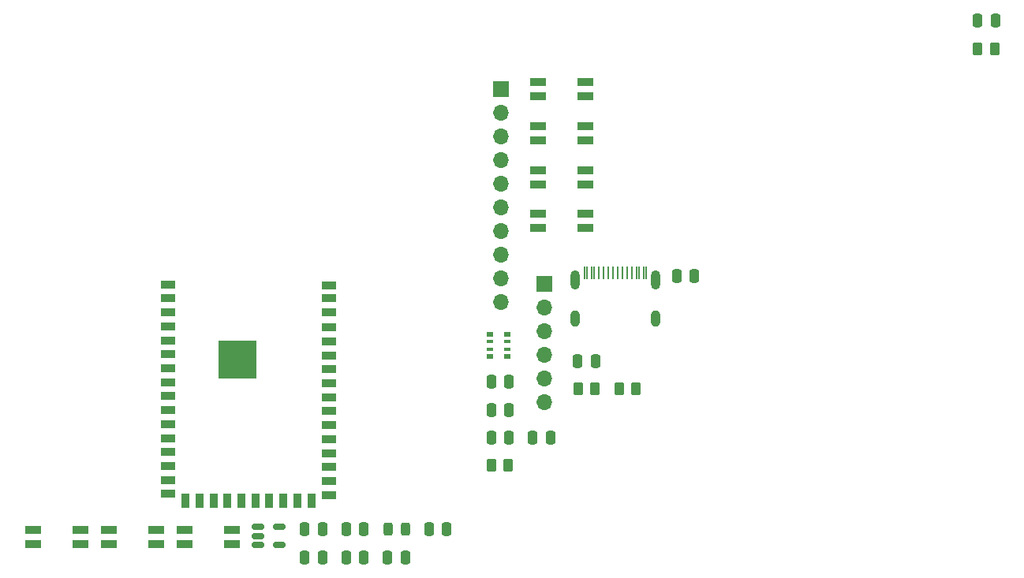
<source format=gbr>
%TF.GenerationSoftware,KiCad,Pcbnew,(6.99.0-1239-g6d82490b59-dirty)*%
%TF.CreationDate,2022-03-22T11:17:58-05:00*%
%TF.ProjectId,LayoutBottom,4c61796f-7574-4426-9f74-746f6d2e6b69,rev?*%
%TF.SameCoordinates,Original*%
%TF.FileFunction,Copper,L1,Top*%
%TF.FilePolarity,Positive*%
%FSLAX46Y46*%
G04 Gerber Fmt 4.6, Leading zero omitted, Abs format (unit mm)*
G04 Created by KiCad (PCBNEW (6.99.0-1239-g6d82490b59-dirty)) date 2022-03-22 11:17:58*
%MOMM*%
%LPD*%
G01*
G04 APERTURE LIST*
G04 Aperture macros list*
%AMRoundRect*
0 Rectangle with rounded corners*
0 $1 Rounding radius*
0 $2 $3 $4 $5 $6 $7 $8 $9 X,Y pos of 4 corners*
0 Add a 4 corners polygon primitive as box body*
4,1,4,$2,$3,$4,$5,$6,$7,$8,$9,$2,$3,0*
0 Add four circle primitives for the rounded corners*
1,1,$1+$1,$2,$3*
1,1,$1+$1,$4,$5*
1,1,$1+$1,$6,$7*
1,1,$1+$1,$8,$9*
0 Add four rect primitives between the rounded corners*
20,1,$1+$1,$2,$3,$4,$5,0*
20,1,$1+$1,$4,$5,$6,$7,0*
20,1,$1+$1,$6,$7,$8,$9,0*
20,1,$1+$1,$8,$9,$2,$3,0*%
G04 Aperture macros list end*
%TA.AperFunction,SMDPad,CuDef*%
%ADD10R,1.500000X0.900000*%
%TD*%
%TA.AperFunction,SMDPad,CuDef*%
%ADD11R,0.900000X1.500000*%
%TD*%
%TA.AperFunction,SMDPad,CuDef*%
%ADD12R,4.100000X4.100000*%
%TD*%
%TA.AperFunction,SMDPad,CuDef*%
%ADD13RoundRect,0.150000X-0.512500X-0.150000X0.512500X-0.150000X0.512500X0.150000X-0.512500X0.150000X0*%
%TD*%
%TA.AperFunction,SMDPad,CuDef*%
%ADD14R,0.800000X0.500000*%
%TD*%
%TA.AperFunction,SMDPad,CuDef*%
%ADD15R,0.800000X0.400000*%
%TD*%
%TA.AperFunction,SMDPad,CuDef*%
%ADD16RoundRect,0.250000X-0.262500X-0.450000X0.262500X-0.450000X0.262500X0.450000X-0.262500X0.450000X0*%
%TD*%
%TA.AperFunction,SMDPad,CuDef*%
%ADD17R,0.250000X1.400000*%
%TD*%
%TA.AperFunction,ComponentPad*%
%ADD18O,1.000000X2.100000*%
%TD*%
%TA.AperFunction,ComponentPad*%
%ADD19O,1.000000X1.800000*%
%TD*%
%TA.AperFunction,ComponentPad*%
%ADD20R,1.700000X1.700000*%
%TD*%
%TA.AperFunction,ComponentPad*%
%ADD21O,1.700000X1.700000*%
%TD*%
%TA.AperFunction,SMDPad,CuDef*%
%ADD22R,1.800000X0.820000*%
%TD*%
%TA.AperFunction,SMDPad,CuDef*%
%ADD23RoundRect,0.243750X-0.243750X-0.456250X0.243750X-0.456250X0.243750X0.456250X-0.243750X0.456250X0*%
%TD*%
%TA.AperFunction,SMDPad,CuDef*%
%ADD24RoundRect,0.250000X-0.250000X-0.475000X0.250000X-0.475000X0.250000X0.475000X-0.250000X0.475000X0*%
%TD*%
G04 APERTURE END LIST*
D10*
%TO.P,U2,1,GND*%
%TO.N,VSS*%
X189599999Y-74794999D03*
%TO.P,U2,2,3V3*%
%TO.N,VCC*%
X189599999Y-76294999D03*
%TO.P,U2,3,IO00*%
%TO.N,Boot*%
X189599999Y-77794999D03*
%TO.P,U2,4,IO01*%
%TO.N,/SK6812*%
X189599999Y-79294999D03*
%TO.P,U2,5,IO02*%
%TO.N,unconnected-(U2-IO02)*%
X189599999Y-80794999D03*
%TO.P,U2,6,IO03*%
%TO.N,unconnected-(U2-IO03)*%
X189599999Y-82294999D03*
%TO.P,U2,7,IO04*%
%TO.N,Net-(J4-Pin_1)*%
X189599999Y-83794999D03*
%TO.P,U2,8,IO05*%
%TO.N,TopLeft*%
X189599999Y-85294999D03*
%TO.P,U2,9,IO06*%
%TO.N,TopRight*%
X189599999Y-86794999D03*
%TO.P,U2,10,IO07*%
%TO.N,BottomLeft*%
X189599999Y-88294999D03*
%TO.P,U2,11,IO08*%
%TO.N,BottomRight*%
X189599999Y-89794999D03*
%TO.P,U2,12,IO09*%
%TO.N,LeftOne*%
X189599999Y-91294999D03*
%TO.P,U2,13,IO10*%
%TO.N,LeftTwo*%
X189599999Y-92794999D03*
%TO.P,U2,14,IO11*%
%TO.N,RightOne*%
X189599999Y-94294999D03*
%TO.P,U2,15,IO12*%
%TO.N,RightTwo*%
X189599999Y-95794999D03*
%TO.P,U2,16,IO13*%
%TO.N,unconnected-(U2-IO13)*%
X189599999Y-97294999D03*
D11*
%TO.P,U2,17,IO14*%
%TO.N,Buzzer*%
X191474999Y-98044999D03*
%TO.P,U2,18,IO15*%
%TO.N,unconnected-(U2-IO15)*%
X192974999Y-98044999D03*
%TO.P,U2,19,IO16*%
%TO.N,unconnected-(U2-IO16)*%
X194474999Y-98044999D03*
%TO.P,U2,20,IO17*%
%TO.N,unconnected-(U2-IO17)*%
X195974999Y-98044999D03*
%TO.P,U2,21,IO18*%
%TO.N,unconnected-(U2-IO18)*%
X197474999Y-98044999D03*
%TO.P,U2,22,USB_D-*%
%TO.N,/D-*%
X198974999Y-98044999D03*
%TO.P,U2,23,USB_D+*%
%TO.N,/D+*%
X200474999Y-98044999D03*
%TO.P,U2,24,IO21*%
%TO.N,unconnected-(U2-IO21)*%
X201974999Y-98044999D03*
%TO.P,U2,25,IO26*%
%TO.N,unconnected-(U2-IO26)*%
X203474999Y-98044999D03*
%TO.P,U2,26,GND*%
%TO.N,VSS*%
X204974999Y-98044999D03*
D10*
%TO.P,U2,27,IO33*%
%TO.N,10*%
X206849999Y-97394999D03*
%TO.P,U2,28,IO34*%
%TO.N,9*%
X206849999Y-95894999D03*
%TO.P,U2,29,IO35*%
%TO.N,8*%
X206849999Y-94394999D03*
%TO.P,U2,30,IO36*%
%TO.N,7*%
X206849999Y-92894999D03*
%TO.P,U2,31,IO37*%
%TO.N,6*%
X206849999Y-91394999D03*
%TO.P,U2,32,IO38*%
%TO.N,5*%
X206849999Y-89894999D03*
%TO.P,U2,33,IO39*%
%TO.N,4*%
X206849999Y-88394999D03*
%TO.P,U2,34,IO40*%
%TO.N,3*%
X206849999Y-86894999D03*
%TO.P,U2,35,IO41*%
%TO.N,2*%
X206849999Y-85394999D03*
%TO.P,U2,36,IO42*%
%TO.N,1*%
X206849999Y-83894999D03*
%TO.P,U2,37,TXD0*%
%TO.N,TX*%
X206849999Y-82394999D03*
%TO.P,U2,38,RXD0*%
%TO.N,RX*%
X206849999Y-80894999D03*
%TO.P,U2,39,IO45*%
%TO.N,unconnected-(U2-IO45)*%
X206849999Y-79394999D03*
%TO.P,U2,40,IO46*%
%TO.N,unconnected-(U2-IO46)*%
X206849999Y-77794999D03*
%TO.P,U2,41,EN*%
%TO.N,Reset*%
X206849999Y-76294999D03*
%TO.P,U2,42,GND*%
%TO.N,VSS*%
X206849999Y-74894999D03*
D12*
%TO.P,U2,43,GND*%
X197034999Y-82834999D03*
%TD*%
D13*
%TO.P,U1,1,Chrg*%
%TO.N,Net-(D1-K)*%
X199277500Y-100840000D03*
%TO.P,U1,2,Gnd*%
%TO.N,VSS*%
X199277500Y-101790000D03*
%TO.P,U1,3,Bat*%
%TO.N,VDDA*%
X199277500Y-102740000D03*
%TO.P,U1,4,VCC*%
%TO.N,VBUS*%
X201552500Y-102740000D03*
%TO.P,U1,5,PROG*%
%TO.N,Net-(U1-PROG)*%
X201552500Y-100840000D03*
%TD*%
D14*
%TO.P,RN1,1,R1.1*%
%TO.N,VSS*%
X224174999Y-80149999D03*
D15*
%TO.P,RN1,2,R2.1*%
X224174999Y-80949999D03*
%TO.P,RN1,3,R3.1*%
%TO.N,unconnected-(RN1-R3.1)*%
X224174999Y-81749999D03*
D14*
%TO.P,RN1,4,R4.1*%
%TO.N,unconnected-(RN1-R4.1)*%
X224174999Y-82549999D03*
%TO.P,RN1,5,R4.2*%
%TO.N,unconnected-(RN1-R4.2)*%
X225974999Y-82549999D03*
D15*
%TO.P,RN1,6,R3.2*%
%TO.N,unconnected-(RN1-R3.2)*%
X225974999Y-81749999D03*
%TO.P,RN1,7,R2.2*%
%TO.N,Net-(P1-CC)*%
X225974999Y-80949999D03*
D14*
%TO.P,RN1,8,R1.2*%
%TO.N,Net-(P1-VCONN)*%
X225974999Y-80149999D03*
%TD*%
D16*
%TO.P,R4,1*%
%TO.N,Reset*%
X233592500Y-86030000D03*
%TO.P,R4,2*%
%TO.N,VCC*%
X235417500Y-86030000D03*
%TD*%
%TO.P,R3,1*%
%TO.N,VSS*%
X224292500Y-94230000D03*
%TO.P,R3,2*%
%TO.N,Net-(U1-PROG)*%
X226117500Y-94230000D03*
%TD*%
%TO.P,R2,1*%
%TO.N,VBUS*%
X276492500Y-49460000D03*
%TO.P,R2,2*%
%TO.N,VDDA*%
X278317500Y-49460000D03*
%TD*%
%TO.P,R1,1*%
%TO.N,Net-(D1-A)*%
X238002500Y-86030000D03*
%TO.P,R1,2*%
%TO.N,VBUS*%
X239827500Y-86030000D03*
%TD*%
D17*
%TO.P,P1,A1,GND*%
%TO.N,VSS*%
X234294999Y-73574999D03*
%TO.P,P1,A4,VBUS*%
%TO.N,VBUS*%
X235094999Y-73574999D03*
%TO.P,P1,A5,CC*%
%TO.N,Net-(P1-CC)*%
X236369999Y-73574999D03*
%TO.P,P1,A6,D+*%
%TO.N,/D+*%
X237369999Y-73574999D03*
%TO.P,P1,A7,D-*%
%TO.N,/D-*%
X237869999Y-73574999D03*
%TO.P,P1,A8,SBU1*%
%TO.N,unconnected-(P1-SBU1)*%
X235869999Y-73574999D03*
%TO.P,P1,A9,VBUS*%
%TO.N,VBUS*%
X240144999Y-73574999D03*
%TO.P,P1,A12,GND*%
%TO.N,VSS*%
X240944999Y-73574999D03*
%TO.P,P1,B1,GND*%
X240694999Y-73574999D03*
%TO.P,P1,B4,VBUS*%
%TO.N,VBUS*%
X239894999Y-73574999D03*
%TO.P,P1,B5,VCONN*%
%TO.N,Net-(P1-VCONN)*%
X239369999Y-73574999D03*
%TO.P,P1,B6,D+*%
%TO.N,/D+*%
X238369999Y-73574999D03*
%TO.P,P1,B7,D-*%
%TO.N,/D-*%
X236869999Y-73574999D03*
%TO.P,P1,B8,SBU2*%
%TO.N,unconnected-(P1-SBU2)*%
X238869999Y-73574999D03*
%TO.P,P1,B9,VBUS*%
%TO.N,VBUS*%
X235344999Y-73574999D03*
%TO.P,P1,B12,GND*%
%TO.N,VSS*%
X234544999Y-73574999D03*
D18*
%TO.P,P1,S1,SHIELD*%
X241939999Y-74274999D03*
D19*
X233299999Y-78424999D03*
D18*
X233299999Y-74274999D03*
D19*
X241939999Y-78424999D03*
%TD*%
D20*
%TO.P,J5,1,Pin_1*%
%TO.N,1*%
X225324999Y-53799999D03*
D21*
%TO.P,J5,2,Pin_2*%
%TO.N,2*%
X225324999Y-56339999D03*
%TO.P,J5,3,Pin_3*%
%TO.N,3*%
X225324999Y-58879999D03*
%TO.P,J5,4,Pin_4*%
%TO.N,4*%
X225324999Y-61419999D03*
%TO.P,J5,5,Pin_5*%
%TO.N,5*%
X225324999Y-63959999D03*
%TO.P,J5,6,Pin_6*%
%TO.N,6*%
X225324999Y-66499999D03*
%TO.P,J5,7,Pin_7*%
%TO.N,7*%
X225324999Y-69039999D03*
%TO.P,J5,8,Pin_8*%
%TO.N,8*%
X225324999Y-71579999D03*
%TO.P,J5,9,Pin_9*%
%TO.N,9*%
X225324999Y-74119999D03*
%TO.P,J5,10,Pin_10*%
%TO.N,10*%
X225324999Y-76659999D03*
%TD*%
D20*
%TO.P,J1,1,Pin_1*%
%TO.N,VCC*%
X229974999Y-74699999D03*
D21*
%TO.P,J1,2,Pin_2*%
%TO.N,VSS*%
X229974999Y-77239999D03*
%TO.P,J1,3,Pin_3*%
%TO.N,Boot*%
X229974999Y-79779999D03*
%TO.P,J1,4,Pin_4*%
%TO.N,TX*%
X229974999Y-82319999D03*
%TO.P,J1,5,Pin_5*%
%TO.N,RX*%
X229974999Y-84859999D03*
%TO.P,J1,6,Pin_6*%
%TO.N,Reset*%
X229974999Y-87399999D03*
%TD*%
D22*
%TO.P,D8,1,VDD*%
%TO.N,VCC*%
X234384999Y-57779999D03*
%TO.P,D8,2,DOUT*%
%TO.N,unconnected-(D8-DOUT)*%
X234384999Y-59314999D03*
%TO.P,D8,3,VSS*%
%TO.N,VSS*%
X229284999Y-59314999D03*
%TO.P,D8,4,DIN*%
%TO.N,Net-(D7-DOUT)*%
X229284999Y-57779999D03*
%TD*%
%TO.P,D7,1,VDD*%
%TO.N,VCC*%
X234384999Y-62499999D03*
%TO.P,D7,2,DOUT*%
%TO.N,Net-(D7-DOUT)*%
X234384999Y-64034999D03*
%TO.P,D7,3,VSS*%
%TO.N,VSS*%
X229284999Y-64034999D03*
%TO.P,D7,4,DIN*%
%TO.N,Net-(D6-DOUT)*%
X229284999Y-62499999D03*
%TD*%
%TO.P,D6,1,VDD*%
%TO.N,VCC*%
X188314999Y-101149999D03*
%TO.P,D6,2,DOUT*%
%TO.N,Net-(D6-DOUT)*%
X188314999Y-102684999D03*
%TO.P,D6,3,VSS*%
%TO.N,VSS*%
X183214999Y-102684999D03*
%TO.P,D6,4,DIN*%
%TO.N,Net-(D5-DOUT)*%
X183214999Y-101149999D03*
%TD*%
%TO.P,D5,1,VDD*%
%TO.N,VCC*%
X234384999Y-67219999D03*
%TO.P,D5,2,DOUT*%
%TO.N,Net-(D5-DOUT)*%
X234384999Y-68754999D03*
%TO.P,D5,3,VSS*%
%TO.N,VSS*%
X229284999Y-68754999D03*
%TO.P,D5,4,DIN*%
%TO.N,Net-(D4-DOUT)*%
X229284999Y-67219999D03*
%TD*%
%TO.P,D4,1,VDD*%
%TO.N,VCC*%
X234384999Y-53059999D03*
%TO.P,D4,2,DOUT*%
%TO.N,Net-(D4-DOUT)*%
X234384999Y-54594999D03*
%TO.P,D4,3,VSS*%
%TO.N,VSS*%
X229284999Y-54594999D03*
%TO.P,D4,4,DIN*%
%TO.N,Net-(D3-DOUT)*%
X229284999Y-53059999D03*
%TD*%
%TO.P,D3,1,VDD*%
%TO.N,VCC*%
X180184999Y-101149999D03*
%TO.P,D3,2,DOUT*%
%TO.N,Net-(D3-DOUT)*%
X180184999Y-102684999D03*
%TO.P,D3,3,VSS*%
%TO.N,VSS*%
X175084999Y-102684999D03*
%TO.P,D3,4,DIN*%
%TO.N,Net-(D2-DOUT)*%
X175084999Y-101149999D03*
%TD*%
%TO.P,D2,1,VDD*%
%TO.N,VCC*%
X196444999Y-101149999D03*
%TO.P,D2,2,DOUT*%
%TO.N,Net-(D2-DOUT)*%
X196444999Y-102684999D03*
%TO.P,D2,3,VSS*%
%TO.N,VSS*%
X191344999Y-102684999D03*
%TO.P,D2,4,DIN*%
%TO.N,/SK6812*%
X191344999Y-101149999D03*
%TD*%
D23*
%TO.P,D1,1,K*%
%TO.N,Net-(D1-K)*%
X213197500Y-101085000D03*
%TO.P,D1,2,A*%
%TO.N,Net-(D1-A)*%
X215072500Y-101085000D03*
%TD*%
D24*
%TO.P,C13,1*%
%TO.N,VSS*%
X224275000Y-91250000D03*
%TO.P,C13,2*%
%TO.N,VCC*%
X226175000Y-91250000D03*
%TD*%
%TO.P,C12,1*%
%TO.N,VSS*%
X224275000Y-88240000D03*
%TO.P,C12,2*%
%TO.N,VCC*%
X226175000Y-88240000D03*
%TD*%
%TO.P,C11,1*%
%TO.N,VSS*%
X228725000Y-91230000D03*
%TO.P,C11,2*%
%TO.N,VCC*%
X230625000Y-91230000D03*
%TD*%
%TO.P,C10,1*%
%TO.N,VCC*%
X233575000Y-83050000D03*
%TO.P,C10,2*%
%TO.N,VSS*%
X235475000Y-83050000D03*
%TD*%
%TO.P,C9,1*%
%TO.N,VCC*%
X276475000Y-46480000D03*
%TO.P,C9,2*%
%TO.N,VSS*%
X278375000Y-46480000D03*
%TD*%
%TO.P,C8,1*%
%TO.N,VSS*%
X208715000Y-101070000D03*
%TO.P,C8,2*%
%TO.N,VCC*%
X210615000Y-101070000D03*
%TD*%
%TO.P,C7,1*%
%TO.N,Reset*%
X217615000Y-101070000D03*
%TO.P,C7,2*%
%TO.N,VSS*%
X219515000Y-101070000D03*
%TD*%
%TO.P,C6,1*%
%TO.N,VSS*%
X244215000Y-73880000D03*
%TO.P,C6,2*%
%TO.N,VCC*%
X246115000Y-73880000D03*
%TD*%
%TO.P,C5,1*%
%TO.N,VSS*%
X204265000Y-101070000D03*
%TO.P,C5,2*%
%TO.N,VCC*%
X206165000Y-101070000D03*
%TD*%
%TO.P,C4,1*%
%TO.N,VSS*%
X204265000Y-104080000D03*
%TO.P,C4,2*%
%TO.N,VCC*%
X206165000Y-104080000D03*
%TD*%
%TO.P,C3,1*%
%TO.N,/D-*%
X213165000Y-104110000D03*
%TO.P,C3,2*%
%TO.N,VSS*%
X215065000Y-104110000D03*
%TD*%
%TO.P,C2,1*%
%TO.N,/D+*%
X208715000Y-104080000D03*
%TO.P,C2,2*%
%TO.N,VSS*%
X210615000Y-104080000D03*
%TD*%
%TO.P,C1,1*%
%TO.N,VDDA*%
X224275000Y-85230000D03*
%TO.P,C1,2*%
%TO.N,VSS*%
X226175000Y-85230000D03*
%TD*%
M02*

</source>
